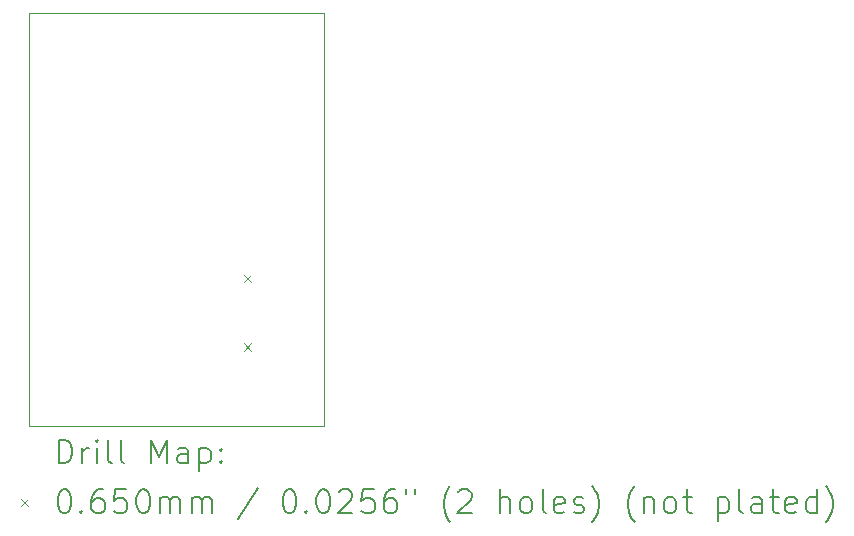
<source format=gbr>
%TF.GenerationSoftware,KiCad,Pcbnew,(6.0.7-1)-1*%
%TF.CreationDate,2022-11-24T20:11:57+01:00*%
%TF.ProjectId,Frost-ESP32,46726f73-742d-4455-9350-33322e6b6963,rev?*%
%TF.SameCoordinates,Original*%
%TF.FileFunction,Drillmap*%
%TF.FilePolarity,Positive*%
%FSLAX45Y45*%
G04 Gerber Fmt 4.5, Leading zero omitted, Abs format (unit mm)*
G04 Created by KiCad (PCBNEW (6.0.7-1)-1) date 2022-11-24 20:11:57*
%MOMM*%
%LPD*%
G01*
G04 APERTURE LIST*
%ADD10C,0.100000*%
%ADD11C,0.200000*%
%ADD12C,0.065000*%
G04 APERTURE END LIST*
D10*
X9400000Y-6100000D02*
X11900000Y-6100000D01*
X11900000Y-6100000D02*
X11900000Y-9600000D01*
X11900000Y-9600000D02*
X9400000Y-9600000D01*
X9400000Y-9600000D02*
X9400000Y-6100000D01*
D11*
D12*
X11217000Y-8318500D02*
X11282000Y-8383500D01*
X11282000Y-8318500D02*
X11217000Y-8383500D01*
X11217000Y-8896500D02*
X11282000Y-8961500D01*
X11282000Y-8896500D02*
X11217000Y-8961500D01*
D11*
X9652619Y-9915476D02*
X9652619Y-9715476D01*
X9700238Y-9715476D01*
X9728810Y-9725000D01*
X9747857Y-9744048D01*
X9757381Y-9763095D01*
X9766905Y-9801190D01*
X9766905Y-9829762D01*
X9757381Y-9867857D01*
X9747857Y-9886905D01*
X9728810Y-9905952D01*
X9700238Y-9915476D01*
X9652619Y-9915476D01*
X9852619Y-9915476D02*
X9852619Y-9782143D01*
X9852619Y-9820238D02*
X9862143Y-9801190D01*
X9871667Y-9791667D01*
X9890714Y-9782143D01*
X9909762Y-9782143D01*
X9976429Y-9915476D02*
X9976429Y-9782143D01*
X9976429Y-9715476D02*
X9966905Y-9725000D01*
X9976429Y-9734524D01*
X9985952Y-9725000D01*
X9976429Y-9715476D01*
X9976429Y-9734524D01*
X10100238Y-9915476D02*
X10081190Y-9905952D01*
X10071667Y-9886905D01*
X10071667Y-9715476D01*
X10205000Y-9915476D02*
X10185952Y-9905952D01*
X10176429Y-9886905D01*
X10176429Y-9715476D01*
X10433571Y-9915476D02*
X10433571Y-9715476D01*
X10500238Y-9858333D01*
X10566905Y-9715476D01*
X10566905Y-9915476D01*
X10747857Y-9915476D02*
X10747857Y-9810714D01*
X10738333Y-9791667D01*
X10719286Y-9782143D01*
X10681190Y-9782143D01*
X10662143Y-9791667D01*
X10747857Y-9905952D02*
X10728810Y-9915476D01*
X10681190Y-9915476D01*
X10662143Y-9905952D01*
X10652619Y-9886905D01*
X10652619Y-9867857D01*
X10662143Y-9848810D01*
X10681190Y-9839286D01*
X10728810Y-9839286D01*
X10747857Y-9829762D01*
X10843095Y-9782143D02*
X10843095Y-9982143D01*
X10843095Y-9791667D02*
X10862143Y-9782143D01*
X10900238Y-9782143D01*
X10919286Y-9791667D01*
X10928810Y-9801190D01*
X10938333Y-9820238D01*
X10938333Y-9877381D01*
X10928810Y-9896429D01*
X10919286Y-9905952D01*
X10900238Y-9915476D01*
X10862143Y-9915476D01*
X10843095Y-9905952D01*
X11024048Y-9896429D02*
X11033571Y-9905952D01*
X11024048Y-9915476D01*
X11014524Y-9905952D01*
X11024048Y-9896429D01*
X11024048Y-9915476D01*
X11024048Y-9791667D02*
X11033571Y-9801190D01*
X11024048Y-9810714D01*
X11014524Y-9801190D01*
X11024048Y-9791667D01*
X11024048Y-9810714D01*
D12*
X9330000Y-10212500D02*
X9395000Y-10277500D01*
X9395000Y-10212500D02*
X9330000Y-10277500D01*
D11*
X9690714Y-10135476D02*
X9709762Y-10135476D01*
X9728810Y-10145000D01*
X9738333Y-10154524D01*
X9747857Y-10173571D01*
X9757381Y-10211667D01*
X9757381Y-10259286D01*
X9747857Y-10297381D01*
X9738333Y-10316429D01*
X9728810Y-10325952D01*
X9709762Y-10335476D01*
X9690714Y-10335476D01*
X9671667Y-10325952D01*
X9662143Y-10316429D01*
X9652619Y-10297381D01*
X9643095Y-10259286D01*
X9643095Y-10211667D01*
X9652619Y-10173571D01*
X9662143Y-10154524D01*
X9671667Y-10145000D01*
X9690714Y-10135476D01*
X9843095Y-10316429D02*
X9852619Y-10325952D01*
X9843095Y-10335476D01*
X9833571Y-10325952D01*
X9843095Y-10316429D01*
X9843095Y-10335476D01*
X10024048Y-10135476D02*
X9985952Y-10135476D01*
X9966905Y-10145000D01*
X9957381Y-10154524D01*
X9938333Y-10183095D01*
X9928810Y-10221190D01*
X9928810Y-10297381D01*
X9938333Y-10316429D01*
X9947857Y-10325952D01*
X9966905Y-10335476D01*
X10005000Y-10335476D01*
X10024048Y-10325952D01*
X10033571Y-10316429D01*
X10043095Y-10297381D01*
X10043095Y-10249762D01*
X10033571Y-10230714D01*
X10024048Y-10221190D01*
X10005000Y-10211667D01*
X9966905Y-10211667D01*
X9947857Y-10221190D01*
X9938333Y-10230714D01*
X9928810Y-10249762D01*
X10224048Y-10135476D02*
X10128810Y-10135476D01*
X10119286Y-10230714D01*
X10128810Y-10221190D01*
X10147857Y-10211667D01*
X10195476Y-10211667D01*
X10214524Y-10221190D01*
X10224048Y-10230714D01*
X10233571Y-10249762D01*
X10233571Y-10297381D01*
X10224048Y-10316429D01*
X10214524Y-10325952D01*
X10195476Y-10335476D01*
X10147857Y-10335476D01*
X10128810Y-10325952D01*
X10119286Y-10316429D01*
X10357381Y-10135476D02*
X10376429Y-10135476D01*
X10395476Y-10145000D01*
X10405000Y-10154524D01*
X10414524Y-10173571D01*
X10424048Y-10211667D01*
X10424048Y-10259286D01*
X10414524Y-10297381D01*
X10405000Y-10316429D01*
X10395476Y-10325952D01*
X10376429Y-10335476D01*
X10357381Y-10335476D01*
X10338333Y-10325952D01*
X10328810Y-10316429D01*
X10319286Y-10297381D01*
X10309762Y-10259286D01*
X10309762Y-10211667D01*
X10319286Y-10173571D01*
X10328810Y-10154524D01*
X10338333Y-10145000D01*
X10357381Y-10135476D01*
X10509762Y-10335476D02*
X10509762Y-10202143D01*
X10509762Y-10221190D02*
X10519286Y-10211667D01*
X10538333Y-10202143D01*
X10566905Y-10202143D01*
X10585952Y-10211667D01*
X10595476Y-10230714D01*
X10595476Y-10335476D01*
X10595476Y-10230714D02*
X10605000Y-10211667D01*
X10624048Y-10202143D01*
X10652619Y-10202143D01*
X10671667Y-10211667D01*
X10681190Y-10230714D01*
X10681190Y-10335476D01*
X10776429Y-10335476D02*
X10776429Y-10202143D01*
X10776429Y-10221190D02*
X10785952Y-10211667D01*
X10805000Y-10202143D01*
X10833571Y-10202143D01*
X10852619Y-10211667D01*
X10862143Y-10230714D01*
X10862143Y-10335476D01*
X10862143Y-10230714D02*
X10871667Y-10211667D01*
X10890714Y-10202143D01*
X10919286Y-10202143D01*
X10938333Y-10211667D01*
X10947857Y-10230714D01*
X10947857Y-10335476D01*
X11338333Y-10125952D02*
X11166905Y-10383095D01*
X11595476Y-10135476D02*
X11614524Y-10135476D01*
X11633571Y-10145000D01*
X11643095Y-10154524D01*
X11652619Y-10173571D01*
X11662143Y-10211667D01*
X11662143Y-10259286D01*
X11652619Y-10297381D01*
X11643095Y-10316429D01*
X11633571Y-10325952D01*
X11614524Y-10335476D01*
X11595476Y-10335476D01*
X11576428Y-10325952D01*
X11566905Y-10316429D01*
X11557381Y-10297381D01*
X11547857Y-10259286D01*
X11547857Y-10211667D01*
X11557381Y-10173571D01*
X11566905Y-10154524D01*
X11576428Y-10145000D01*
X11595476Y-10135476D01*
X11747857Y-10316429D02*
X11757381Y-10325952D01*
X11747857Y-10335476D01*
X11738333Y-10325952D01*
X11747857Y-10316429D01*
X11747857Y-10335476D01*
X11881190Y-10135476D02*
X11900238Y-10135476D01*
X11919286Y-10145000D01*
X11928809Y-10154524D01*
X11938333Y-10173571D01*
X11947857Y-10211667D01*
X11947857Y-10259286D01*
X11938333Y-10297381D01*
X11928809Y-10316429D01*
X11919286Y-10325952D01*
X11900238Y-10335476D01*
X11881190Y-10335476D01*
X11862143Y-10325952D01*
X11852619Y-10316429D01*
X11843095Y-10297381D01*
X11833571Y-10259286D01*
X11833571Y-10211667D01*
X11843095Y-10173571D01*
X11852619Y-10154524D01*
X11862143Y-10145000D01*
X11881190Y-10135476D01*
X12024048Y-10154524D02*
X12033571Y-10145000D01*
X12052619Y-10135476D01*
X12100238Y-10135476D01*
X12119286Y-10145000D01*
X12128809Y-10154524D01*
X12138333Y-10173571D01*
X12138333Y-10192619D01*
X12128809Y-10221190D01*
X12014524Y-10335476D01*
X12138333Y-10335476D01*
X12319286Y-10135476D02*
X12224048Y-10135476D01*
X12214524Y-10230714D01*
X12224048Y-10221190D01*
X12243095Y-10211667D01*
X12290714Y-10211667D01*
X12309762Y-10221190D01*
X12319286Y-10230714D01*
X12328809Y-10249762D01*
X12328809Y-10297381D01*
X12319286Y-10316429D01*
X12309762Y-10325952D01*
X12290714Y-10335476D01*
X12243095Y-10335476D01*
X12224048Y-10325952D01*
X12214524Y-10316429D01*
X12500238Y-10135476D02*
X12462143Y-10135476D01*
X12443095Y-10145000D01*
X12433571Y-10154524D01*
X12414524Y-10183095D01*
X12405000Y-10221190D01*
X12405000Y-10297381D01*
X12414524Y-10316429D01*
X12424048Y-10325952D01*
X12443095Y-10335476D01*
X12481190Y-10335476D01*
X12500238Y-10325952D01*
X12509762Y-10316429D01*
X12519286Y-10297381D01*
X12519286Y-10249762D01*
X12509762Y-10230714D01*
X12500238Y-10221190D01*
X12481190Y-10211667D01*
X12443095Y-10211667D01*
X12424048Y-10221190D01*
X12414524Y-10230714D01*
X12405000Y-10249762D01*
X12595476Y-10135476D02*
X12595476Y-10173571D01*
X12671667Y-10135476D02*
X12671667Y-10173571D01*
X12966905Y-10411667D02*
X12957381Y-10402143D01*
X12938333Y-10373571D01*
X12928809Y-10354524D01*
X12919286Y-10325952D01*
X12909762Y-10278333D01*
X12909762Y-10240238D01*
X12919286Y-10192619D01*
X12928809Y-10164048D01*
X12938333Y-10145000D01*
X12957381Y-10116429D01*
X12966905Y-10106905D01*
X13033571Y-10154524D02*
X13043095Y-10145000D01*
X13062143Y-10135476D01*
X13109762Y-10135476D01*
X13128809Y-10145000D01*
X13138333Y-10154524D01*
X13147857Y-10173571D01*
X13147857Y-10192619D01*
X13138333Y-10221190D01*
X13024048Y-10335476D01*
X13147857Y-10335476D01*
X13385952Y-10335476D02*
X13385952Y-10135476D01*
X13471667Y-10335476D02*
X13471667Y-10230714D01*
X13462143Y-10211667D01*
X13443095Y-10202143D01*
X13414524Y-10202143D01*
X13395476Y-10211667D01*
X13385952Y-10221190D01*
X13595476Y-10335476D02*
X13576428Y-10325952D01*
X13566905Y-10316429D01*
X13557381Y-10297381D01*
X13557381Y-10240238D01*
X13566905Y-10221190D01*
X13576428Y-10211667D01*
X13595476Y-10202143D01*
X13624048Y-10202143D01*
X13643095Y-10211667D01*
X13652619Y-10221190D01*
X13662143Y-10240238D01*
X13662143Y-10297381D01*
X13652619Y-10316429D01*
X13643095Y-10325952D01*
X13624048Y-10335476D01*
X13595476Y-10335476D01*
X13776428Y-10335476D02*
X13757381Y-10325952D01*
X13747857Y-10306905D01*
X13747857Y-10135476D01*
X13928809Y-10325952D02*
X13909762Y-10335476D01*
X13871667Y-10335476D01*
X13852619Y-10325952D01*
X13843095Y-10306905D01*
X13843095Y-10230714D01*
X13852619Y-10211667D01*
X13871667Y-10202143D01*
X13909762Y-10202143D01*
X13928809Y-10211667D01*
X13938333Y-10230714D01*
X13938333Y-10249762D01*
X13843095Y-10268810D01*
X14014524Y-10325952D02*
X14033571Y-10335476D01*
X14071667Y-10335476D01*
X14090714Y-10325952D01*
X14100238Y-10306905D01*
X14100238Y-10297381D01*
X14090714Y-10278333D01*
X14071667Y-10268810D01*
X14043095Y-10268810D01*
X14024048Y-10259286D01*
X14014524Y-10240238D01*
X14014524Y-10230714D01*
X14024048Y-10211667D01*
X14043095Y-10202143D01*
X14071667Y-10202143D01*
X14090714Y-10211667D01*
X14166905Y-10411667D02*
X14176428Y-10402143D01*
X14195476Y-10373571D01*
X14205000Y-10354524D01*
X14214524Y-10325952D01*
X14224048Y-10278333D01*
X14224048Y-10240238D01*
X14214524Y-10192619D01*
X14205000Y-10164048D01*
X14195476Y-10145000D01*
X14176428Y-10116429D01*
X14166905Y-10106905D01*
X14528809Y-10411667D02*
X14519286Y-10402143D01*
X14500238Y-10373571D01*
X14490714Y-10354524D01*
X14481190Y-10325952D01*
X14471667Y-10278333D01*
X14471667Y-10240238D01*
X14481190Y-10192619D01*
X14490714Y-10164048D01*
X14500238Y-10145000D01*
X14519286Y-10116429D01*
X14528809Y-10106905D01*
X14605000Y-10202143D02*
X14605000Y-10335476D01*
X14605000Y-10221190D02*
X14614524Y-10211667D01*
X14633571Y-10202143D01*
X14662143Y-10202143D01*
X14681190Y-10211667D01*
X14690714Y-10230714D01*
X14690714Y-10335476D01*
X14814524Y-10335476D02*
X14795476Y-10325952D01*
X14785952Y-10316429D01*
X14776428Y-10297381D01*
X14776428Y-10240238D01*
X14785952Y-10221190D01*
X14795476Y-10211667D01*
X14814524Y-10202143D01*
X14843095Y-10202143D01*
X14862143Y-10211667D01*
X14871667Y-10221190D01*
X14881190Y-10240238D01*
X14881190Y-10297381D01*
X14871667Y-10316429D01*
X14862143Y-10325952D01*
X14843095Y-10335476D01*
X14814524Y-10335476D01*
X14938333Y-10202143D02*
X15014524Y-10202143D01*
X14966905Y-10135476D02*
X14966905Y-10306905D01*
X14976428Y-10325952D01*
X14995476Y-10335476D01*
X15014524Y-10335476D01*
X15233571Y-10202143D02*
X15233571Y-10402143D01*
X15233571Y-10211667D02*
X15252619Y-10202143D01*
X15290714Y-10202143D01*
X15309762Y-10211667D01*
X15319286Y-10221190D01*
X15328809Y-10240238D01*
X15328809Y-10297381D01*
X15319286Y-10316429D01*
X15309762Y-10325952D01*
X15290714Y-10335476D01*
X15252619Y-10335476D01*
X15233571Y-10325952D01*
X15443095Y-10335476D02*
X15424048Y-10325952D01*
X15414524Y-10306905D01*
X15414524Y-10135476D01*
X15605000Y-10335476D02*
X15605000Y-10230714D01*
X15595476Y-10211667D01*
X15576428Y-10202143D01*
X15538333Y-10202143D01*
X15519286Y-10211667D01*
X15605000Y-10325952D02*
X15585952Y-10335476D01*
X15538333Y-10335476D01*
X15519286Y-10325952D01*
X15509762Y-10306905D01*
X15509762Y-10287857D01*
X15519286Y-10268810D01*
X15538333Y-10259286D01*
X15585952Y-10259286D01*
X15605000Y-10249762D01*
X15671667Y-10202143D02*
X15747857Y-10202143D01*
X15700238Y-10135476D02*
X15700238Y-10306905D01*
X15709762Y-10325952D01*
X15728809Y-10335476D01*
X15747857Y-10335476D01*
X15890714Y-10325952D02*
X15871667Y-10335476D01*
X15833571Y-10335476D01*
X15814524Y-10325952D01*
X15805000Y-10306905D01*
X15805000Y-10230714D01*
X15814524Y-10211667D01*
X15833571Y-10202143D01*
X15871667Y-10202143D01*
X15890714Y-10211667D01*
X15900238Y-10230714D01*
X15900238Y-10249762D01*
X15805000Y-10268810D01*
X16071667Y-10335476D02*
X16071667Y-10135476D01*
X16071667Y-10325952D02*
X16052619Y-10335476D01*
X16014524Y-10335476D01*
X15995476Y-10325952D01*
X15985952Y-10316429D01*
X15976428Y-10297381D01*
X15976428Y-10240238D01*
X15985952Y-10221190D01*
X15995476Y-10211667D01*
X16014524Y-10202143D01*
X16052619Y-10202143D01*
X16071667Y-10211667D01*
X16147857Y-10411667D02*
X16157381Y-10402143D01*
X16176428Y-10373571D01*
X16185952Y-10354524D01*
X16195476Y-10325952D01*
X16205000Y-10278333D01*
X16205000Y-10240238D01*
X16195476Y-10192619D01*
X16185952Y-10164048D01*
X16176428Y-10145000D01*
X16157381Y-10116429D01*
X16147857Y-10106905D01*
M02*

</source>
